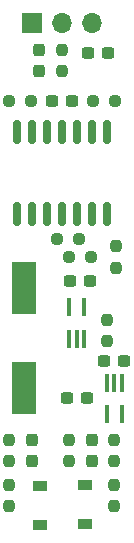
<source format=gts>
G04 #@! TF.GenerationSoftware,KiCad,Pcbnew,6.0.11-2627ca5db0~126~ubuntu20.04.1*
G04 #@! TF.CreationDate,2023-03-12T13:39:06+01:00*
G04 #@! TF.ProjectId,analog-moist-sensor,616e616c-6f67-42d6-9d6f-6973742d7365,rev?*
G04 #@! TF.SameCoordinates,Original*
G04 #@! TF.FileFunction,Soldermask,Top*
G04 #@! TF.FilePolarity,Negative*
%FSLAX46Y46*%
G04 Gerber Fmt 4.6, Leading zero omitted, Abs format (unit mm)*
G04 Created by KiCad (PCBNEW 6.0.11-2627ca5db0~126~ubuntu20.04.1) date 2023-03-12 13:39:06*
%MOMM*%
%LPD*%
G01*
G04 APERTURE LIST*
G04 Aperture macros list*
%AMRoundRect*
0 Rectangle with rounded corners*
0 $1 Rounding radius*
0 $2 $3 $4 $5 $6 $7 $8 $9 X,Y pos of 4 corners*
0 Add a 4 corners polygon primitive as box body*
4,1,4,$2,$3,$4,$5,$6,$7,$8,$9,$2,$3,0*
0 Add four circle primitives for the rounded corners*
1,1,$1+$1,$2,$3*
1,1,$1+$1,$4,$5*
1,1,$1+$1,$6,$7*
1,1,$1+$1,$8,$9*
0 Add four rect primitives between the rounded corners*
20,1,$1+$1,$2,$3,$4,$5,0*
20,1,$1+$1,$4,$5,$6,$7,0*
20,1,$1+$1,$6,$7,$8,$9,0*
20,1,$1+$1,$8,$9,$2,$3,0*%
G04 Aperture macros list end*
%ADD10RoundRect,0.237500X0.250000X0.237500X-0.250000X0.237500X-0.250000X-0.237500X0.250000X-0.237500X0*%
%ADD11RoundRect,0.237500X-0.237500X0.250000X-0.237500X-0.250000X0.237500X-0.250000X0.237500X0.250000X0*%
%ADD12RoundRect,0.237500X0.237500X-0.300000X0.237500X0.300000X-0.237500X0.300000X-0.237500X-0.300000X0*%
%ADD13RoundRect,0.237500X-0.250000X-0.237500X0.250000X-0.237500X0.250000X0.237500X-0.250000X0.237500X0*%
%ADD14RoundRect,0.237500X0.300000X0.237500X-0.300000X0.237500X-0.300000X-0.237500X0.300000X-0.237500X0*%
%ADD15RoundRect,0.237500X0.237500X-0.250000X0.237500X0.250000X-0.237500X0.250000X-0.237500X-0.250000X0*%
%ADD16RoundRect,0.237500X-0.237500X0.300000X-0.237500X-0.300000X0.237500X-0.300000X0.237500X0.300000X0*%
%ADD17RoundRect,0.237500X-0.300000X-0.237500X0.300000X-0.237500X0.300000X0.237500X-0.300000X0.237500X0*%
%ADD18R,1.200000X0.900000*%
%ADD19RoundRect,0.150000X-0.150000X0.837500X-0.150000X-0.837500X0.150000X-0.837500X0.150000X0.837500X0*%
%ADD20R,0.400000X1.500000*%
%ADD21R,2.000000X4.500000*%
%ADD22R,1.700000X1.700000*%
%ADD23O,1.700000X1.700000*%
G04 APERTURE END LIST*
D10*
X108100500Y-48768000D03*
X106275500Y-48768000D03*
D11*
X102235000Y-65762500D03*
X102235000Y-67587500D03*
D12*
X109220000Y-67537500D03*
X109220000Y-65812500D03*
D11*
X111252000Y-49379500D03*
X111252000Y-51204500D03*
D13*
X109323500Y-37084000D03*
X111148500Y-37084000D03*
D11*
X102235000Y-69572500D03*
X102235000Y-71397500D03*
D13*
X102211500Y-37084000D03*
X104036500Y-37084000D03*
D14*
X110590500Y-33020000D03*
X108865500Y-33020000D03*
D12*
X104140000Y-67537500D03*
X104140000Y-65812500D03*
D11*
X110490000Y-55602500D03*
X110490000Y-57427500D03*
D15*
X107315000Y-67587500D03*
X107315000Y-65762500D03*
D14*
X111987500Y-59055000D03*
X110262500Y-59055000D03*
D11*
X111125000Y-69572500D03*
X111125000Y-71397500D03*
D16*
X104775000Y-32792500D03*
X104775000Y-34517500D03*
D14*
X107542500Y-37084000D03*
X105817500Y-37084000D03*
D17*
X107341500Y-52305000D03*
X109066500Y-52305000D03*
D18*
X104810000Y-69650000D03*
X104810000Y-72950000D03*
D19*
X110490000Y-39717500D03*
X109220000Y-39717500D03*
X107950000Y-39717500D03*
X106680000Y-39717500D03*
X105410000Y-39717500D03*
X104140000Y-39717500D03*
X102870000Y-39717500D03*
X102870000Y-46642500D03*
X104140000Y-46642500D03*
X105410000Y-46642500D03*
X106680000Y-46642500D03*
X107950000Y-46642500D03*
X109220000Y-46642500D03*
X110490000Y-46642500D03*
D20*
X111775000Y-60940000D03*
X111125000Y-60940000D03*
X110475000Y-60940000D03*
X110475000Y-63600000D03*
X111775000Y-63600000D03*
D18*
X108620000Y-72900000D03*
X108620000Y-69600000D03*
D20*
X107300000Y-57210000D03*
X107950000Y-57210000D03*
X108600000Y-57210000D03*
X108600000Y-54550000D03*
X107300000Y-54550000D03*
D17*
X107087500Y-62230000D03*
X108812500Y-62230000D03*
D10*
X109116500Y-50292000D03*
X107291500Y-50292000D03*
D21*
X103505000Y-61400000D03*
X103505000Y-52900000D03*
D11*
X111125000Y-65762500D03*
X111125000Y-67587500D03*
X106680000Y-32742500D03*
X106680000Y-34567500D03*
D22*
X104140000Y-30480000D03*
D23*
X106680000Y-30480000D03*
X109220000Y-30480000D03*
M02*

</source>
